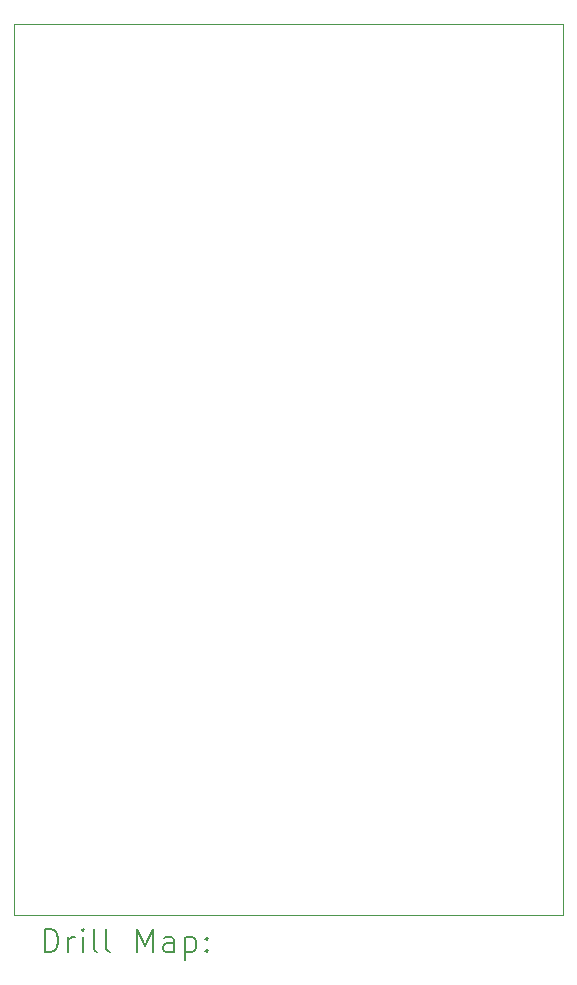
<source format=gbr>
%TF.GenerationSoftware,KiCad,Pcbnew,9.0.1*%
%TF.CreationDate,2025-04-26T01:58:34+03:00*%
%TF.ProjectId,solder project,736f6c64-6572-4207-9072-6f6a6563742e,rev?*%
%TF.SameCoordinates,Original*%
%TF.FileFunction,Drillmap*%
%TF.FilePolarity,Positive*%
%FSLAX45Y45*%
G04 Gerber Fmt 4.5, Leading zero omitted, Abs format (unit mm)*
G04 Created by KiCad (PCBNEW 9.0.1) date 2025-04-26 01:58:34*
%MOMM*%
%LPD*%
G01*
G04 APERTURE LIST*
%ADD10C,0.050000*%
%ADD11C,0.200000*%
G04 APERTURE END LIST*
D10*
X7350000Y-4850000D02*
X12000000Y-4850000D01*
X12000000Y-12400000D01*
X7350000Y-12400000D01*
X7350000Y-4850000D01*
D11*
X7608277Y-12713984D02*
X7608277Y-12513984D01*
X7608277Y-12513984D02*
X7655896Y-12513984D01*
X7655896Y-12513984D02*
X7684467Y-12523508D01*
X7684467Y-12523508D02*
X7703515Y-12542555D01*
X7703515Y-12542555D02*
X7713039Y-12561603D01*
X7713039Y-12561603D02*
X7722562Y-12599698D01*
X7722562Y-12599698D02*
X7722562Y-12628269D01*
X7722562Y-12628269D02*
X7713039Y-12666365D01*
X7713039Y-12666365D02*
X7703515Y-12685412D01*
X7703515Y-12685412D02*
X7684467Y-12704460D01*
X7684467Y-12704460D02*
X7655896Y-12713984D01*
X7655896Y-12713984D02*
X7608277Y-12713984D01*
X7808277Y-12713984D02*
X7808277Y-12580650D01*
X7808277Y-12618746D02*
X7817801Y-12599698D01*
X7817801Y-12599698D02*
X7827324Y-12590174D01*
X7827324Y-12590174D02*
X7846372Y-12580650D01*
X7846372Y-12580650D02*
X7865420Y-12580650D01*
X7932086Y-12713984D02*
X7932086Y-12580650D01*
X7932086Y-12513984D02*
X7922562Y-12523508D01*
X7922562Y-12523508D02*
X7932086Y-12533031D01*
X7932086Y-12533031D02*
X7941610Y-12523508D01*
X7941610Y-12523508D02*
X7932086Y-12513984D01*
X7932086Y-12513984D02*
X7932086Y-12533031D01*
X8055896Y-12713984D02*
X8036848Y-12704460D01*
X8036848Y-12704460D02*
X8027324Y-12685412D01*
X8027324Y-12685412D02*
X8027324Y-12513984D01*
X8160658Y-12713984D02*
X8141610Y-12704460D01*
X8141610Y-12704460D02*
X8132086Y-12685412D01*
X8132086Y-12685412D02*
X8132086Y-12513984D01*
X8389229Y-12713984D02*
X8389229Y-12513984D01*
X8389229Y-12513984D02*
X8455896Y-12656841D01*
X8455896Y-12656841D02*
X8522563Y-12513984D01*
X8522563Y-12513984D02*
X8522563Y-12713984D01*
X8703515Y-12713984D02*
X8703515Y-12609222D01*
X8703515Y-12609222D02*
X8693991Y-12590174D01*
X8693991Y-12590174D02*
X8674944Y-12580650D01*
X8674944Y-12580650D02*
X8636848Y-12580650D01*
X8636848Y-12580650D02*
X8617801Y-12590174D01*
X8703515Y-12704460D02*
X8684467Y-12713984D01*
X8684467Y-12713984D02*
X8636848Y-12713984D01*
X8636848Y-12713984D02*
X8617801Y-12704460D01*
X8617801Y-12704460D02*
X8608277Y-12685412D01*
X8608277Y-12685412D02*
X8608277Y-12666365D01*
X8608277Y-12666365D02*
X8617801Y-12647317D01*
X8617801Y-12647317D02*
X8636848Y-12637793D01*
X8636848Y-12637793D02*
X8684467Y-12637793D01*
X8684467Y-12637793D02*
X8703515Y-12628269D01*
X8798753Y-12580650D02*
X8798753Y-12780650D01*
X8798753Y-12590174D02*
X8817801Y-12580650D01*
X8817801Y-12580650D02*
X8855896Y-12580650D01*
X8855896Y-12580650D02*
X8874944Y-12590174D01*
X8874944Y-12590174D02*
X8884467Y-12599698D01*
X8884467Y-12599698D02*
X8893991Y-12618746D01*
X8893991Y-12618746D02*
X8893991Y-12675888D01*
X8893991Y-12675888D02*
X8884467Y-12694936D01*
X8884467Y-12694936D02*
X8874944Y-12704460D01*
X8874944Y-12704460D02*
X8855896Y-12713984D01*
X8855896Y-12713984D02*
X8817801Y-12713984D01*
X8817801Y-12713984D02*
X8798753Y-12704460D01*
X8979705Y-12694936D02*
X8989229Y-12704460D01*
X8989229Y-12704460D02*
X8979705Y-12713984D01*
X8979705Y-12713984D02*
X8970182Y-12704460D01*
X8970182Y-12704460D02*
X8979705Y-12694936D01*
X8979705Y-12694936D02*
X8979705Y-12713984D01*
X8979705Y-12590174D02*
X8989229Y-12599698D01*
X8989229Y-12599698D02*
X8979705Y-12609222D01*
X8979705Y-12609222D02*
X8970182Y-12599698D01*
X8970182Y-12599698D02*
X8979705Y-12590174D01*
X8979705Y-12590174D02*
X8979705Y-12609222D01*
M02*

</source>
